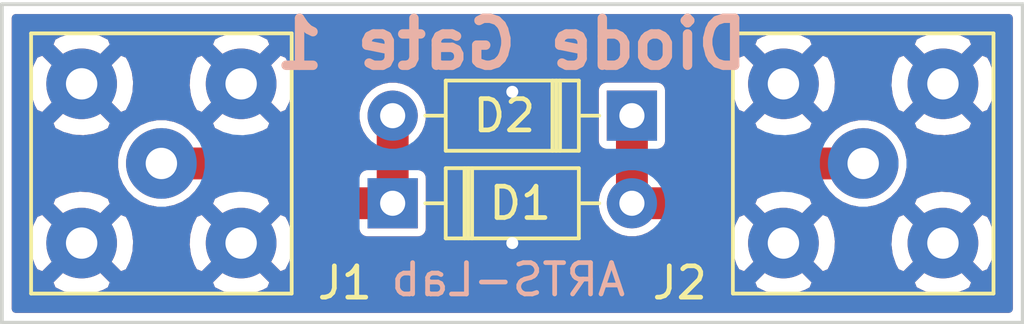
<source format=kicad_pcb>
(kicad_pcb (version 20171130) (host pcbnew "(5.1.4)-1")

  (general
    (thickness 1.6)
    (drawings 6)
    (tracks 10)
    (zones 0)
    (modules 4)
    (nets 4)
  )

  (page A4)
  (title_block
    (title "Diode Gate 1")
    (rev v01)
    (comment 2 "ARTS Lab")
    (comment 3 "University of South Carolina")
    (comment 4 "Jacob Martin")
  )

  (layers
    (0 F.Cu signal hide)
    (31 B.Cu signal hide)
    (32 B.Adhes user)
    (33 F.Adhes user)
    (34 B.Paste user)
    (35 F.Paste user)
    (36 B.SilkS user)
    (37 F.SilkS user)
    (38 B.Mask user)
    (39 F.Mask user)
    (40 Dwgs.User user)
    (41 Cmts.User user)
    (42 Eco1.User user)
    (43 Eco2.User user)
    (44 Edge.Cuts user)
    (45 Margin user)
    (46 B.CrtYd user)
    (47 F.CrtYd user)
    (48 B.Fab user)
    (49 F.Fab user hide)
  )

  (setup
    (last_trace_width 0.254)
    (user_trace_width 1.016)
    (trace_clearance 0.254)
    (zone_clearance 0.254)
    (zone_45_only no)
    (trace_min 0.1524)
    (via_size 0.762)
    (via_drill 0.381)
    (via_min_size 0.508)
    (via_min_drill 0.254)
    (uvia_size 0.762)
    (uvia_drill 0.381)
    (uvias_allowed no)
    (uvia_min_size 0.2)
    (uvia_min_drill 0.1)
    (edge_width 0.05)
    (segment_width 0.2)
    (pcb_text_width 0.3)
    (pcb_text_size 1.5 1.5)
    (mod_edge_width 0.12)
    (mod_text_size 1 1)
    (mod_text_width 0.15)
    (pad_size 2.25 2.25)
    (pad_drill 1)
    (pad_to_mask_clearance 0.051)
    (solder_mask_min_width 0.25)
    (aux_axis_origin 0 0)
    (visible_elements 7FFFFFFF)
    (pcbplotparams
      (layerselection 0x010f0_ffffffff)
      (usegerberextensions true)
      (usegerberattributes false)
      (usegerberadvancedattributes false)
      (creategerberjobfile false)
      (excludeedgelayer true)
      (linewidth 0.100000)
      (plotframeref false)
      (viasonmask false)
      (mode 1)
      (useauxorigin false)
      (hpglpennumber 1)
      (hpglpenspeed 20)
      (hpglpendiameter 15.000000)
      (psnegative false)
      (psa4output false)
      (plotreference true)
      (plotvalue false)
      (plotinvisibletext false)
      (padsonsilk false)
      (subtractmaskfromsilk false)
      (outputformat 1)
      (mirror false)
      (drillshape 0)
      (scaleselection 1)
      (outputdirectory "gerbers/"))
  )

  (net 0 "")
  (net 1 "Net-(D1-Pad1)")
  (net 2 "Net-(D1-Pad2)")
  (net 3 GND)

  (net_class Default "This is the default net class."
    (clearance 0.254)
    (trace_width 0.254)
    (via_dia 0.762)
    (via_drill 0.381)
    (uvia_dia 0.762)
    (uvia_drill 0.381)
    (add_net GND)
    (add_net "Net-(D1-Pad1)")
    (add_net "Net-(D1-Pad2)")
  )

  (module Diode_THT:D_DO-35_SOD27_P7.62mm_Horizontal (layer F.Cu) (tedit 5AE50CD5) (tstamp 5F7C1F32)
    (at 150.368 96.012)
    (descr "Diode, DO-35_SOD27 series, Axial, Horizontal, pin pitch=7.62mm, , length*diameter=4*2mm^2, , http://www.diodes.com/_files/packages/DO-35.pdf")
    (tags "Diode DO-35_SOD27 series Axial Horizontal pin pitch 7.62mm  length 4mm diameter 2mm")
    (path /5F765E51)
    (fp_text reference D1 (at 4.064 0) (layer F.SilkS)
      (effects (font (size 1 1) (thickness 0.15)))
    )
    (fp_text value 1N4148 (at 3.81 2.12) (layer F.Fab)
      (effects (font (size 1 1) (thickness 0.15)))
    )
    (fp_line (start 1.81 -1) (end 1.81 1) (layer F.Fab) (width 0.1))
    (fp_line (start 1.81 1) (end 5.81 1) (layer F.Fab) (width 0.1))
    (fp_line (start 5.81 1) (end 5.81 -1) (layer F.Fab) (width 0.1))
    (fp_line (start 5.81 -1) (end 1.81 -1) (layer F.Fab) (width 0.1))
    (fp_line (start 0 0) (end 1.81 0) (layer F.Fab) (width 0.1))
    (fp_line (start 7.62 0) (end 5.81 0) (layer F.Fab) (width 0.1))
    (fp_line (start 2.41 -1) (end 2.41 1) (layer F.Fab) (width 0.1))
    (fp_line (start 2.51 -1) (end 2.51 1) (layer F.Fab) (width 0.1))
    (fp_line (start 2.31 -1) (end 2.31 1) (layer F.Fab) (width 0.1))
    (fp_line (start 1.69 -1.12) (end 1.69 1.12) (layer F.SilkS) (width 0.12))
    (fp_line (start 1.69 1.12) (end 5.93 1.12) (layer F.SilkS) (width 0.12))
    (fp_line (start 5.93 1.12) (end 5.93 -1.12) (layer F.SilkS) (width 0.12))
    (fp_line (start 5.93 -1.12) (end 1.69 -1.12) (layer F.SilkS) (width 0.12))
    (fp_line (start 1.04 0) (end 1.69 0) (layer F.SilkS) (width 0.12))
    (fp_line (start 6.58 0) (end 5.93 0) (layer F.SilkS) (width 0.12))
    (fp_line (start 2.41 -1.12) (end 2.41 1.12) (layer F.SilkS) (width 0.12))
    (fp_line (start 2.53 -1.12) (end 2.53 1.12) (layer F.SilkS) (width 0.12))
    (fp_line (start 2.29 -1.12) (end 2.29 1.12) (layer F.SilkS) (width 0.12))
    (fp_line (start -1.05 -1.25) (end -1.05 1.25) (layer F.CrtYd) (width 0.05))
    (fp_line (start -1.05 1.25) (end 8.67 1.25) (layer F.CrtYd) (width 0.05))
    (fp_line (start 8.67 1.25) (end 8.67 -1.25) (layer F.CrtYd) (width 0.05))
    (fp_line (start 8.67 -1.25) (end -1.05 -1.25) (layer F.CrtYd) (width 0.05))
    (fp_text user %R (at 4.11 0) (layer F.Fab)
      (effects (font (size 0.8 0.8) (thickness 0.12)))
    )
    (fp_text user K (at 0 -1.8) (layer F.Fab)
      (effects (font (size 1 1) (thickness 0.15)))
    )
    (pad 1 thru_hole rect (at 0 0) (size 1.6 1.6) (drill 0.8) (layers *.Cu *.Mask)
      (net 1 "Net-(D1-Pad1)"))
    (pad 2 thru_hole oval (at 7.62 0) (size 1.6 1.6) (drill 0.8) (layers *.Cu *.Mask)
      (net 2 "Net-(D1-Pad2)"))
    (model ${KISYS3DMOD}/Diode_THT.3dshapes/D_DO-35_SOD27_P7.62mm_Horizontal.wrl
      (at (xyz 0 0 0))
      (scale (xyz 1 1 1))
      (rotate (xyz 0 0 0))
    )
  )

  (module Diode_THT:D_DO-35_SOD27_P7.62mm_Horizontal (layer F.Cu) (tedit 5AE50CD5) (tstamp 5F7C1F51)
    (at 157.988 93.218 180)
    (descr "Diode, DO-35_SOD27 series, Axial, Horizontal, pin pitch=7.62mm, , length*diameter=4*2mm^2, , http://www.diodes.com/_files/packages/DO-35.pdf")
    (tags "Diode DO-35_SOD27 series Axial Horizontal pin pitch 7.62mm  length 4mm diameter 2mm")
    (path /5F76783E)
    (fp_text reference D2 (at 4.064 0) (layer F.SilkS)
      (effects (font (size 1 1) (thickness 0.15)))
    )
    (fp_text value 1N4148 (at 3.81 2.12) (layer F.Fab)
      (effects (font (size 1 1) (thickness 0.15)))
    )
    (fp_text user K (at 0 -1.8) (layer F.Fab)
      (effects (font (size 1 1) (thickness 0.15)))
    )
    (fp_text user %R (at 4.11 0) (layer F.Fab)
      (effects (font (size 0.8 0.8) (thickness 0.12)))
    )
    (fp_line (start 8.67 -1.25) (end -1.05 -1.25) (layer F.CrtYd) (width 0.05))
    (fp_line (start 8.67 1.25) (end 8.67 -1.25) (layer F.CrtYd) (width 0.05))
    (fp_line (start -1.05 1.25) (end 8.67 1.25) (layer F.CrtYd) (width 0.05))
    (fp_line (start -1.05 -1.25) (end -1.05 1.25) (layer F.CrtYd) (width 0.05))
    (fp_line (start 2.29 -1.12) (end 2.29 1.12) (layer F.SilkS) (width 0.12))
    (fp_line (start 2.53 -1.12) (end 2.53 1.12) (layer F.SilkS) (width 0.12))
    (fp_line (start 2.41 -1.12) (end 2.41 1.12) (layer F.SilkS) (width 0.12))
    (fp_line (start 6.58 0) (end 5.93 0) (layer F.SilkS) (width 0.12))
    (fp_line (start 1.04 0) (end 1.69 0) (layer F.SilkS) (width 0.12))
    (fp_line (start 5.93 -1.12) (end 1.69 -1.12) (layer F.SilkS) (width 0.12))
    (fp_line (start 5.93 1.12) (end 5.93 -1.12) (layer F.SilkS) (width 0.12))
    (fp_line (start 1.69 1.12) (end 5.93 1.12) (layer F.SilkS) (width 0.12))
    (fp_line (start 1.69 -1.12) (end 1.69 1.12) (layer F.SilkS) (width 0.12))
    (fp_line (start 2.31 -1) (end 2.31 1) (layer F.Fab) (width 0.1))
    (fp_line (start 2.51 -1) (end 2.51 1) (layer F.Fab) (width 0.1))
    (fp_line (start 2.41 -1) (end 2.41 1) (layer F.Fab) (width 0.1))
    (fp_line (start 7.62 0) (end 5.81 0) (layer F.Fab) (width 0.1))
    (fp_line (start 0 0) (end 1.81 0) (layer F.Fab) (width 0.1))
    (fp_line (start 5.81 -1) (end 1.81 -1) (layer F.Fab) (width 0.1))
    (fp_line (start 5.81 1) (end 5.81 -1) (layer F.Fab) (width 0.1))
    (fp_line (start 1.81 1) (end 5.81 1) (layer F.Fab) (width 0.1))
    (fp_line (start 1.81 -1) (end 1.81 1) (layer F.Fab) (width 0.1))
    (pad 2 thru_hole oval (at 7.62 0 180) (size 1.6 1.6) (drill 0.8) (layers *.Cu *.Mask)
      (net 1 "Net-(D1-Pad1)"))
    (pad 1 thru_hole rect (at 0 0 180) (size 1.6 1.6) (drill 0.8) (layers *.Cu *.Mask)
      (net 2 "Net-(D1-Pad2)"))
    (model ${KISYS3DMOD}/Diode_THT.3dshapes/D_DO-35_SOD27_P7.62mm_Horizontal.wrl
      (at (xyz 0 0 0))
      (scale (xyz 1 1 1))
      (rotate (xyz 0 0 0))
    )
  )

  (module Connector_Coaxial:SMA_Amphenol_132203-12_Horizontal (layer F.Cu) (tedit 5F7CCB8C) (tstamp 5F7C1F7F)
    (at 143.002 94.742 90)
    (descr https://www.amphenolrf.com/media/downloads/1769/132203-12.pdf)
    (tags "SMA THT Female Jack Horizontal")
    (path /5F7689B5)
    (fp_text reference J1 (at -3.81 5.842) (layer F.SilkS)
      (effects (font (size 1 1) (thickness 0.15)))
    )
    (fp_text value Conn_Coaxial (at 0 5 90) (layer F.Fab)
      (effects (font (size 1 1) (thickness 0.15)))
    )
    (fp_line (start -3.175 -18) (end 3.175 -18.706) (layer F.Fab) (width 0.1))
    (fp_line (start -4 -4) (end 4 -4) (layer F.Fab) (width 0.1))
    (fp_line (start -3.9 -5.07) (end -3.9 -4) (layer F.Fab) (width 0.1))
    (fp_line (start 3.9 -5.07) (end -3.9 -5.07) (layer F.Fab) (width 0.1))
    (fp_line (start 3.9 -4) (end 3.9 -5.07) (layer F.Fab) (width 0.1))
    (fp_line (start 3.175 -19.5) (end 3.175 -5.07) (layer F.Fab) (width 0.1))
    (fp_line (start -3.175 -19.5) (end -3.175 -5.07) (layer F.Fab) (width 0.1))
    (fp_line (start -3.175 -19.5) (end 3.175 -19.5) (layer F.Fab) (width 0.1))
    (fp_text user %R (at 0 0 90) (layer F.Fab)
      (effects (font (size 1 1) (thickness 0.15)))
    )
    (fp_line (start -4.15 -4.15) (end 4.15 -4.15) (layer F.SilkS) (width 0.12))
    (fp_line (start -4.15 4.15) (end 4.15 4.15) (layer F.SilkS) (width 0.12))
    (fp_line (start 4.15 -4.15) (end 4.15 4.15) (layer F.SilkS) (width 0.12))
    (fp_line (start -4.15 -4.15) (end -4.15 4.15) (layer F.SilkS) (width 0.12))
    (fp_line (start 4 -4) (end 4 4) (layer F.Fab) (width 0.1))
    (fp_line (start -4 4) (end 4 4) (layer F.Fab) (width 0.1))
    (fp_line (start -4 -4) (end -4 4) (layer F.Fab) (width 0.1))
    (fp_line (start -4.5 -20) (end 4.5 -20) (layer F.CrtYd) (width 0.05))
    (fp_line (start -4.5 -20) (end -4.5 4.5) (layer F.CrtYd) (width 0.05))
    (fp_line (start 4.5 4.5) (end 4.5 -20) (layer F.CrtYd) (width 0.05))
    (fp_line (start 4.5 4.5) (end -4.5 4.5) (layer F.CrtYd) (width 0.05))
    (fp_line (start -3.175 -17.294) (end 3.175 -18) (layer F.Fab) (width 0.1))
    (fp_line (start -3.175 -16.588) (end 3.175 -17.294) (layer F.Fab) (width 0.1))
    (fp_line (start -3.175 -15.882) (end 3.175 -16.588) (layer F.Fab) (width 0.1))
    (fp_line (start -3.175 -15.176) (end 3.175 -15.882) (layer F.Fab) (width 0.1))
    (fp_line (start -3.175 -14.47) (end 3.175 -15.176) (layer F.Fab) (width 0.1))
    (fp_line (start -3.175 -13.764) (end 3.175 -14.47) (layer F.Fab) (width 0.1))
    (fp_line (start -3.175 -13.058) (end 3.175 -13.764) (layer F.Fab) (width 0.1))
    (fp_line (start -3.175 -12.352) (end 3.175 -13.058) (layer F.Fab) (width 0.1))
    (fp_line (start -3.175 -11.646) (end 3.175 -12.352) (layer F.Fab) (width 0.1))
    (fp_line (start -3.175 -10.94) (end 3.175 -11.646) (layer F.Fab) (width 0.1))
    (fp_line (start -3.175 -10.234) (end 3.175 -10.94) (layer F.Fab) (width 0.1))
    (fp_line (start -3.175 -9.528) (end 3.175 -10.234) (layer F.Fab) (width 0.1))
    (fp_line (start -3.175 -8.822) (end 3.175 -9.528) (layer F.Fab) (width 0.1))
    (fp_line (start -3.175 -8.116) (end 3.175 -8.822) (layer F.Fab) (width 0.1))
    (fp_line (start -3.175 -7.41) (end 3.175 -8.116) (layer F.Fab) (width 0.1))
    (fp_line (start -3.175 -6.704) (end 3.175 -7.41) (layer F.Fab) (width 0.1))
    (fp_line (start -3.175 -5.998) (end 3.175 -6.704) (layer F.Fab) (width 0.1))
    (pad 2 thru_hole circle (at -2.54 2.54 90) (size 2.25 2.25) (drill 1) (layers *.Cu *.Mask)
      (net 3 GND))
    (pad 2 thru_hole circle (at -2.54 -2.54 90) (size 2.25 2.25) (drill 1) (layers *.Cu *.Mask)
      (net 3 GND))
    (pad 2 thru_hole circle (at 2.54 -2.54 90) (size 2.25 2.25) (drill 1) (layers *.Cu *.Mask)
      (net 3 GND))
    (pad 2 thru_hole circle (at 2.54 2.54 180) (size 2.25 2.25) (drill 1) (layers *.Cu *.Mask)
      (net 3 GND))
    (pad 1 thru_hole circle (at 0 0 90) (size 2.25 2.25) (drill 1) (layers *.Cu *.Mask)
      (net 1 "Net-(D1-Pad1)"))
    (model ${KISYS3DMOD}/Connector_Coaxial.3dshapes/SMA_Amphenol_132203-12_Horizontal.wrl
      (at (xyz 0 0 0))
      (scale (xyz 1 1 1))
      (rotate (xyz 0 0 0))
    )
  )

  (module Connector_Coaxial:SMA_Amphenol_132203-12_Horizontal (layer F.Cu) (tedit 5F7CCBAA) (tstamp 5F7C1FAD)
    (at 165.354 94.742 270)
    (descr https://www.amphenolrf.com/media/downloads/1769/132203-12.pdf)
    (tags "SMA THT Female Jack Horizontal")
    (path /5F76AB86)
    (fp_text reference J2 (at 3.81 5.842) (layer F.SilkS)
      (effects (font (size 1 1) (thickness 0.15)))
    )
    (fp_text value Conn_Coaxial (at 0 5 90) (layer F.Fab)
      (effects (font (size 1 1) (thickness 0.15)))
    )
    (fp_line (start -3.175 -5.998) (end 3.175 -6.704) (layer F.Fab) (width 0.1))
    (fp_line (start -3.175 -6.704) (end 3.175 -7.41) (layer F.Fab) (width 0.1))
    (fp_line (start -3.175 -7.41) (end 3.175 -8.116) (layer F.Fab) (width 0.1))
    (fp_line (start -3.175 -8.116) (end 3.175 -8.822) (layer F.Fab) (width 0.1))
    (fp_line (start -3.175 -8.822) (end 3.175 -9.528) (layer F.Fab) (width 0.1))
    (fp_line (start -3.175 -9.528) (end 3.175 -10.234) (layer F.Fab) (width 0.1))
    (fp_line (start -3.175 -10.234) (end 3.175 -10.94) (layer F.Fab) (width 0.1))
    (fp_line (start -3.175 -10.94) (end 3.175 -11.646) (layer F.Fab) (width 0.1))
    (fp_line (start -3.175 -11.646) (end 3.175 -12.352) (layer F.Fab) (width 0.1))
    (fp_line (start -3.175 -12.352) (end 3.175 -13.058) (layer F.Fab) (width 0.1))
    (fp_line (start -3.175 -13.058) (end 3.175 -13.764) (layer F.Fab) (width 0.1))
    (fp_line (start -3.175 -13.764) (end 3.175 -14.47) (layer F.Fab) (width 0.1))
    (fp_line (start -3.175 -14.47) (end 3.175 -15.176) (layer F.Fab) (width 0.1))
    (fp_line (start -3.175 -15.176) (end 3.175 -15.882) (layer F.Fab) (width 0.1))
    (fp_line (start -3.175 -15.882) (end 3.175 -16.588) (layer F.Fab) (width 0.1))
    (fp_line (start -3.175 -16.588) (end 3.175 -17.294) (layer F.Fab) (width 0.1))
    (fp_line (start -3.175 -17.294) (end 3.175 -18) (layer F.Fab) (width 0.1))
    (fp_line (start 4.5 4.5) (end -4.5 4.5) (layer F.CrtYd) (width 0.05))
    (fp_line (start 4.5 4.5) (end 4.5 -20) (layer F.CrtYd) (width 0.05))
    (fp_line (start -4.5 -20) (end -4.5 4.5) (layer F.CrtYd) (width 0.05))
    (fp_line (start -4.5 -20) (end 4.5 -20) (layer F.CrtYd) (width 0.05))
    (fp_line (start -4 -4) (end -4 4) (layer F.Fab) (width 0.1))
    (fp_line (start -4 4) (end 4 4) (layer F.Fab) (width 0.1))
    (fp_line (start 4 -4) (end 4 4) (layer F.Fab) (width 0.1))
    (fp_line (start -4.15 -4.15) (end -4.15 4.15) (layer F.SilkS) (width 0.12))
    (fp_line (start 4.15 -4.15) (end 4.15 4.15) (layer F.SilkS) (width 0.12))
    (fp_line (start -4.15 4.15) (end 4.15 4.15) (layer F.SilkS) (width 0.12))
    (fp_line (start -4.15 -4.15) (end 4.15 -4.15) (layer F.SilkS) (width 0.12))
    (fp_text user %R (at 0 0 90) (layer F.Fab)
      (effects (font (size 1 1) (thickness 0.15)))
    )
    (fp_line (start -3.175 -19.5) (end 3.175 -19.5) (layer F.Fab) (width 0.1))
    (fp_line (start -3.175 -19.5) (end -3.175 -5.07) (layer F.Fab) (width 0.1))
    (fp_line (start 3.175 -19.5) (end 3.175 -5.07) (layer F.Fab) (width 0.1))
    (fp_line (start 3.9 -4) (end 3.9 -5.07) (layer F.Fab) (width 0.1))
    (fp_line (start 3.9 -5.07) (end -3.9 -5.07) (layer F.Fab) (width 0.1))
    (fp_line (start -3.9 -5.07) (end -3.9 -4) (layer F.Fab) (width 0.1))
    (fp_line (start -4 -4) (end 4 -4) (layer F.Fab) (width 0.1))
    (fp_line (start -3.175 -18) (end 3.175 -18.706) (layer F.Fab) (width 0.1))
    (pad 1 thru_hole circle (at 0 0 270) (size 2.25 2.25) (drill 1) (layers *.Cu *.Mask)
      (net 2 "Net-(D1-Pad2)"))
    (pad 2 thru_hole circle (at 2.54 2.54) (size 2.25 2.25) (drill 1) (layers *.Cu *.Mask)
      (net 3 GND))
    (pad 2 thru_hole circle (at 2.54 -2.54 270) (size 2.25 2.25) (drill 1) (layers *.Cu *.Mask)
      (net 3 GND))
    (pad 2 thru_hole circle (at -2.54 -2.54 270) (size 2.25 2.25) (drill 1) (layers *.Cu *.Mask)
      (net 3 GND))
    (pad 2 thru_hole circle (at -2.54 2.54 270) (size 2.25 2.25) (drill 1) (layers *.Cu *.Mask)
      (net 3 GND))
    (model ${KISYS3DMOD}/Connector_Coaxial.3dshapes/SMA_Amphenol_132203-12_Horizontal.wrl
      (at (xyz 0 0 0))
      (scale (xyz 1 1 1))
      (rotate (xyz 0 0 0))
    )
  )

  (gr_text ARTS-Lab (at 154.051 98.4504) (layer B.SilkS)
    (effects (font (size 1 1) (thickness 0.15)) (justify mirror))
  )
  (gr_text "Diode Gate 1" (at 154.1526 90.932) (layer B.SilkS)
    (effects (font (size 1.5 1.5) (thickness 0.3)) (justify mirror))
  )
  (gr_line (start 170.434 99.822) (end 170.434 89.662) (layer Edge.Cuts) (width 0.12) (tstamp 5F7C27B8))
  (gr_line (start 137.922 99.822) (end 170.434 99.822) (layer Edge.Cuts) (width 0.12))
  (gr_line (start 137.922 89.662) (end 137.922 99.822) (layer Edge.Cuts) (width 0.12))
  (gr_line (start 137.922 89.662) (end 170.434 89.662) (layer Edge.Cuts) (width 0.12))

  (segment (start 143.002 94.742) (end 146.812 94.742) (width 1.016) (layer F.Cu) (net 1))
  (segment (start 148.082 96.012) (end 150.368 96.012) (width 1.016) (layer F.Cu) (net 1))
  (segment (start 146.812 94.742) (end 148.082 96.012) (width 1.016) (layer F.Cu) (net 1))
  (segment (start 150.368 96.012) (end 150.368 93.218) (width 1.016) (layer F.Cu) (net 1))
  (segment (start 161.544 94.742) (end 165.354 94.742) (width 1.016) (layer F.Cu) (net 2))
  (segment (start 157.988 96.012) (end 160.274 96.012) (width 1.016) (layer F.Cu) (net 2))
  (segment (start 160.274 96.012) (end 161.544 94.742) (width 1.016) (layer F.Cu) (net 2))
  (segment (start 157.988 96.012) (end 157.988 93.218) (width 1.016) (layer F.Cu) (net 2))
  (via (at 154.178 92.456) (size 0.762) (drill 0.381) (layers F.Cu B.Cu) (net 3))
  (via (at 154.178 97.282) (size 0.762) (drill 0.381) (layers F.Cu B.Cu) (net 3))

  (zone (net 3) (net_name GND) (layer F.Cu) (tstamp 5F7C2ABA) (hatch edge 0.508)
    (connect_pads (clearance 0.254))
    (min_thickness 0.254)
    (fill yes (arc_segments 32) (thermal_gap 0.508) (thermal_bridge_width 0.508))
    (polygon
      (pts
        (xy 170.688 100.076) (xy 137.668 100.076) (xy 137.668 89.408) (xy 170.688 89.408)
      )
    )
    (filled_polygon
      (pts
        (xy 169.993 99.381) (xy 138.363 99.381) (xy 138.363 98.506531) (xy 139.417074 98.506531) (xy 139.527921 98.783714)
        (xy 139.83884 98.937089) (xy 140.173705 99.02686) (xy 140.51965 99.049576) (xy 140.86338 99.004366) (xy 141.191685 98.892966)
        (xy 141.396079 98.783714) (xy 141.506926 98.506531) (xy 144.497074 98.506531) (xy 144.607921 98.783714) (xy 144.91884 98.937089)
        (xy 145.253705 99.02686) (xy 145.59965 99.049576) (xy 145.94338 99.004366) (xy 146.271685 98.892966) (xy 146.476079 98.783714)
        (xy 146.586926 98.506531) (xy 161.769074 98.506531) (xy 161.879921 98.783714) (xy 162.19084 98.937089) (xy 162.525705 99.02686)
        (xy 162.87165 99.049576) (xy 163.21538 99.004366) (xy 163.543685 98.892966) (xy 163.748079 98.783714) (xy 163.858926 98.506531)
        (xy 166.849074 98.506531) (xy 166.959921 98.783714) (xy 167.27084 98.937089) (xy 167.605705 99.02686) (xy 167.95165 99.049576)
        (xy 168.29538 99.004366) (xy 168.623685 98.892966) (xy 168.828079 98.783714) (xy 168.938926 98.506531) (xy 167.894 97.461605)
        (xy 166.849074 98.506531) (xy 163.858926 98.506531) (xy 162.814 97.461605) (xy 161.769074 98.506531) (xy 146.586926 98.506531)
        (xy 145.542 97.461605) (xy 144.497074 98.506531) (xy 141.506926 98.506531) (xy 140.462 97.461605) (xy 139.417074 98.506531)
        (xy 138.363 98.506531) (xy 138.363 97.33965) (xy 138.694424 97.33965) (xy 138.739634 97.68338) (xy 138.851034 98.011685)
        (xy 138.960286 98.216079) (xy 139.237469 98.326926) (xy 140.282395 97.282) (xy 140.641605 97.282) (xy 141.686531 98.326926)
        (xy 141.963714 98.216079) (xy 142.117089 97.90516) (xy 142.20686 97.570295) (xy 142.222004 97.33965) (xy 143.774424 97.33965)
        (xy 143.819634 97.68338) (xy 143.931034 98.011685) (xy 144.040286 98.216079) (xy 144.317469 98.326926) (xy 145.362395 97.282)
        (xy 145.721605 97.282) (xy 146.766531 98.326926) (xy 147.043714 98.216079) (xy 147.197089 97.90516) (xy 147.28686 97.570295)
        (xy 147.302004 97.33965) (xy 161.046424 97.33965) (xy 161.091634 97.68338) (xy 161.203034 98.011685) (xy 161.312286 98.216079)
        (xy 161.589469 98.326926) (xy 162.634395 97.282) (xy 162.993605 97.282) (xy 164.038531 98.326926) (xy 164.315714 98.216079)
        (xy 164.469089 97.90516) (xy 164.55886 97.570295) (xy 164.574004 97.33965) (xy 166.126424 97.33965) (xy 166.171634 97.68338)
        (xy 166.283034 98.011685) (xy 166.392286 98.216079) (xy 166.669469 98.326926) (xy 167.714395 97.282) (xy 168.073605 97.282)
        (xy 169.118531 98.326926) (xy 169.395714 98.216079) (xy 169.549089 97.90516) (xy 169.63886 97.570295) (xy 169.661576 97.22435)
        (xy 169.616366 96.88062) (xy 169.504966 96.552315) (xy 169.395714 96.347921) (xy 169.118531 96.237074) (xy 168.073605 97.282)
        (xy 167.714395 97.282) (xy 166.669469 96.237074) (xy 166.392286 96.347921) (xy 166.238911 96.65884) (xy 166.14914 96.993705)
        (xy 166.126424 97.33965) (xy 164.574004 97.33965) (xy 164.581576 97.22435) (xy 164.536366 96.88062) (xy 164.424966 96.552315)
        (xy 164.315714 96.347921) (xy 164.038531 96.237074) (xy 162.993605 97.282) (xy 162.634395 97.282) (xy 161.589469 96.237074)
        (xy 161.312286 96.347921) (xy 161.158911 96.65884) (xy 161.06914 96.993705) (xy 161.046424 97.33965) (xy 147.302004 97.33965)
        (xy 147.309576 97.22435) (xy 147.264366 96.88062) (xy 147.152966 96.552315) (xy 147.043714 96.347921) (xy 146.766531 96.237074)
        (xy 145.721605 97.282) (xy 145.362395 97.282) (xy 144.317469 96.237074) (xy 144.040286 96.347921) (xy 143.886911 96.65884)
        (xy 143.79714 96.993705) (xy 143.774424 97.33965) (xy 142.222004 97.33965) (xy 142.229576 97.22435) (xy 142.184366 96.88062)
        (xy 142.072966 96.552315) (xy 141.963714 96.347921) (xy 141.686531 96.237074) (xy 140.641605 97.282) (xy 140.282395 97.282)
        (xy 139.237469 96.237074) (xy 138.960286 96.347921) (xy 138.806911 96.65884) (xy 138.71714 96.993705) (xy 138.694424 97.33965)
        (xy 138.363 97.33965) (xy 138.363 96.057469) (xy 139.417074 96.057469) (xy 140.462 97.102395) (xy 141.506926 96.057469)
        (xy 141.396079 95.780286) (xy 141.08516 95.626911) (xy 140.750295 95.53714) (xy 140.40435 95.514424) (xy 140.06062 95.559634)
        (xy 139.732315 95.671034) (xy 139.527921 95.780286) (xy 139.417074 96.057469) (xy 138.363 96.057469) (xy 138.363 94.593672)
        (xy 141.496 94.593672) (xy 141.496 94.890328) (xy 141.553875 95.181284) (xy 141.6674 95.455359) (xy 141.832213 95.702019)
        (xy 142.041981 95.911787) (xy 142.288641 96.0766) (xy 142.562716 96.190125) (xy 142.853672 96.248) (xy 143.150328 96.248)
        (xy 143.441284 96.190125) (xy 143.715359 96.0766) (xy 143.962019 95.911787) (xy 144.171787 95.702019) (xy 144.21924 95.631)
        (xy 144.930299 95.631) (xy 144.812315 95.671034) (xy 144.607921 95.780286) (xy 144.497074 96.057469) (xy 145.542 97.102395)
        (xy 146.586926 96.057469) (xy 146.476079 95.780286) (xy 146.173449 95.631) (xy 146.443765 95.631) (xy 147.422506 96.609741)
        (xy 147.450341 96.643659) (xy 147.585709 96.754753) (xy 147.740149 96.837303) (xy 147.806058 96.857296) (xy 147.907724 96.888136)
        (xy 147.940924 96.891406) (xy 148.038333 96.901) (xy 148.038339 96.901) (xy 148.081999 96.9053) (xy 148.125659 96.901)
        (xy 149.196854 96.901) (xy 149.214299 96.958508) (xy 149.249678 97.024696) (xy 149.297289 97.082711) (xy 149.355304 97.130322)
        (xy 149.421492 97.165701) (xy 149.493311 97.187487) (xy 149.568 97.194843) (xy 151.168 97.194843) (xy 151.242689 97.187487)
        (xy 151.314508 97.165701) (xy 151.380696 97.130322) (xy 151.438711 97.082711) (xy 151.486322 97.024696) (xy 151.521701 96.958508)
        (xy 151.543487 96.886689) (xy 151.550843 96.812) (xy 151.550843 95.212) (xy 151.543487 95.137311) (xy 151.521701 95.065492)
        (xy 151.486322 94.999304) (xy 151.438711 94.941289) (xy 151.380696 94.893678) (xy 151.314508 94.858299) (xy 151.257 94.840854)
        (xy 151.257 93.999185) (xy 151.285342 93.970843) (xy 151.414588 93.777413) (xy 151.503614 93.562485) (xy 151.549 93.334318)
        (xy 151.549 93.101682) (xy 151.503614 92.873515) (xy 151.414588 92.658587) (xy 151.285342 92.465157) (xy 151.238185 92.418)
        (xy 156.805157 92.418) (xy 156.805157 94.018) (xy 156.812513 94.092689) (xy 156.834299 94.164508) (xy 156.869678 94.230696)
        (xy 156.917289 94.288711) (xy 156.975304 94.336322) (xy 157.041492 94.371701) (xy 157.099001 94.389146) (xy 157.099 95.230815)
        (xy 157.070658 95.259157) (xy 156.941412 95.452587) (xy 156.852386 95.667515) (xy 156.807 95.895682) (xy 156.807 96.128318)
        (xy 156.852386 96.356485) (xy 156.941412 96.571413) (xy 157.070658 96.764843) (xy 157.235157 96.929342) (xy 157.428587 97.058588)
        (xy 157.643515 97.147614) (xy 157.871682 97.193) (xy 158.104318 97.193) (xy 158.332485 97.147614) (xy 158.547413 97.058588)
        (xy 158.740843 96.929342) (xy 158.769185 96.901) (xy 160.23034 96.901) (xy 160.274 96.9053) (xy 160.31766 96.901)
        (xy 160.317667 96.901) (xy 160.448274 96.888136) (xy 160.615851 96.837303) (xy 160.770291 96.754753) (xy 160.905659 96.643659)
        (xy 160.933499 96.609736) (xy 161.912236 95.631) (xy 162.202299 95.631) (xy 162.084315 95.671034) (xy 161.879921 95.780286)
        (xy 161.769074 96.057469) (xy 162.814 97.102395) (xy 163.858926 96.057469) (xy 163.748079 95.780286) (xy 163.445449 95.631)
        (xy 164.13676 95.631) (xy 164.184213 95.702019) (xy 164.393981 95.911787) (xy 164.640641 96.0766) (xy 164.914716 96.190125)
        (xy 165.205672 96.248) (xy 165.502328 96.248) (xy 165.793284 96.190125) (xy 166.067359 96.0766) (xy 166.09599 96.057469)
        (xy 166.849074 96.057469) (xy 167.894 97.102395) (xy 168.938926 96.057469) (xy 168.828079 95.780286) (xy 168.51716 95.626911)
        (xy 168.182295 95.53714) (xy 167.83635 95.514424) (xy 167.49262 95.559634) (xy 167.164315 95.671034) (xy 166.959921 95.780286)
        (xy 166.849074 96.057469) (xy 166.09599 96.057469) (xy 166.314019 95.911787) (xy 166.523787 95.702019) (xy 166.6886 95.455359)
        (xy 166.802125 95.181284) (xy 166.86 94.890328) (xy 166.86 94.593672) (xy 166.802125 94.302716) (xy 166.6886 94.028641)
        (xy 166.523787 93.781981) (xy 166.314019 93.572213) (xy 166.095991 93.426531) (xy 166.849074 93.426531) (xy 166.959921 93.703714)
        (xy 167.27084 93.857089) (xy 167.605705 93.94686) (xy 167.95165 93.969576) (xy 168.29538 93.924366) (xy 168.623685 93.812966)
        (xy 168.828079 93.703714) (xy 168.938926 93.426531) (xy 167.894 92.381605) (xy 166.849074 93.426531) (xy 166.095991 93.426531)
        (xy 166.067359 93.4074) (xy 165.793284 93.293875) (xy 165.502328 93.236) (xy 165.205672 93.236) (xy 164.914716 93.293875)
        (xy 164.640641 93.4074) (xy 164.393981 93.572213) (xy 164.184213 93.781981) (xy 164.13676 93.853) (xy 163.425701 93.853)
        (xy 163.543685 93.812966) (xy 163.748079 93.703714) (xy 163.858926 93.426531) (xy 162.814 92.381605) (xy 161.769074 93.426531)
        (xy 161.879921 93.703714) (xy 162.182551 93.853) (xy 161.587659 93.853) (xy 161.543999 93.8487) (xy 161.500339 93.853)
        (xy 161.500333 93.853) (xy 161.402924 93.862594) (xy 161.369724 93.865864) (xy 161.268058 93.896704) (xy 161.202149 93.916697)
        (xy 161.047709 93.999247) (xy 160.912341 94.110341) (xy 160.884506 94.144259) (xy 159.905765 95.123) (xy 158.877 95.123)
        (xy 158.877 94.389146) (xy 158.934508 94.371701) (xy 159.000696 94.336322) (xy 159.058711 94.288711) (xy 159.106322 94.230696)
        (xy 159.141701 94.164508) (xy 159.163487 94.092689) (xy 159.170843 94.018) (xy 159.170843 92.418) (xy 159.163487 92.343311)
        (xy 159.141701 92.271492) (xy 159.135372 92.25965) (xy 161.046424 92.25965) (xy 161.091634 92.60338) (xy 161.203034 92.931685)
        (xy 161.312286 93.136079) (xy 161.589469 93.246926) (xy 162.634395 92.202) (xy 162.993605 92.202) (xy 164.038531 93.246926)
        (xy 164.315714 93.136079) (xy 164.469089 92.82516) (xy 164.55886 92.490295) (xy 164.574004 92.25965) (xy 166.126424 92.25965)
        (xy 166.171634 92.60338) (xy 166.283034 92.931685) (xy 166.392286 93.136079) (xy 166.669469 93.246926) (xy 167.714395 92.202)
        (xy 168.073605 92.202) (xy 169.118531 93.246926) (xy 169.395714 93.136079) (xy 169.549089 92.82516) (xy 169.63886 92.490295)
        (xy 169.661576 92.14435) (xy 169.616366 91.80062) (xy 169.504966 91.472315) (xy 169.395714 91.267921) (xy 169.118531 91.157074)
        (xy 168.073605 92.202) (xy 167.714395 92.202) (xy 166.669469 91.157074) (xy 166.392286 91.267921) (xy 166.238911 91.57884)
        (xy 166.14914 91.913705) (xy 166.126424 92.25965) (xy 164.574004 92.25965) (xy 164.581576 92.14435) (xy 164.536366 91.80062)
        (xy 164.424966 91.472315) (xy 164.315714 91.267921) (xy 164.038531 91.157074) (xy 162.993605 92.202) (xy 162.634395 92.202)
        (xy 161.589469 91.157074) (xy 161.312286 91.267921) (xy 161.158911 91.57884) (xy 161.06914 91.913705) (xy 161.046424 92.25965)
        (xy 159.135372 92.25965) (xy 159.106322 92.205304) (xy 159.058711 92.147289) (xy 159.000696 92.099678) (xy 158.934508 92.064299)
        (xy 158.862689 92.042513) (xy 158.788 92.035157) (xy 157.188 92.035157) (xy 157.113311 92.042513) (xy 157.041492 92.064299)
        (xy 156.975304 92.099678) (xy 156.917289 92.147289) (xy 156.869678 92.205304) (xy 156.834299 92.271492) (xy 156.812513 92.343311)
        (xy 156.805157 92.418) (xy 151.238185 92.418) (xy 151.120843 92.300658) (xy 150.927413 92.171412) (xy 150.712485 92.082386)
        (xy 150.484318 92.037) (xy 150.251682 92.037) (xy 150.023515 92.082386) (xy 149.808587 92.171412) (xy 149.615157 92.300658)
        (xy 149.450658 92.465157) (xy 149.321412 92.658587) (xy 149.232386 92.873515) (xy 149.187 93.101682) (xy 149.187 93.334318)
        (xy 149.232386 93.562485) (xy 149.321412 93.777413) (xy 149.450658 93.970843) (xy 149.479001 93.999186) (xy 149.479 94.840854)
        (xy 149.421492 94.858299) (xy 149.355304 94.893678) (xy 149.297289 94.941289) (xy 149.249678 94.999304) (xy 149.214299 95.065492)
        (xy 149.196854 95.123) (xy 148.450236 95.123) (xy 147.471499 94.144264) (xy 147.443659 94.110341) (xy 147.308291 93.999247)
        (xy 147.153851 93.916697) (xy 146.986274 93.865864) (xy 146.855667 93.853) (xy 146.85566 93.853) (xy 146.812 93.8487)
        (xy 146.76834 93.853) (xy 146.153701 93.853) (xy 146.271685 93.812966) (xy 146.476079 93.703714) (xy 146.586926 93.426531)
        (xy 145.542 92.381605) (xy 144.497074 93.426531) (xy 144.607921 93.703714) (xy 144.910551 93.853) (xy 144.21924 93.853)
        (xy 144.171787 93.781981) (xy 143.962019 93.572213) (xy 143.715359 93.4074) (xy 143.441284 93.293875) (xy 143.150328 93.236)
        (xy 142.853672 93.236) (xy 142.562716 93.293875) (xy 142.288641 93.4074) (xy 142.041981 93.572213) (xy 141.832213 93.781981)
        (xy 141.6674 94.028641) (xy 141.553875 94.302716) (xy 141.496 94.593672) (xy 138.363 94.593672) (xy 138.363 93.426531)
        (xy 139.417074 93.426531) (xy 139.527921 93.703714) (xy 139.83884 93.857089) (xy 140.173705 93.94686) (xy 140.51965 93.969576)
        (xy 140.86338 93.924366) (xy 141.191685 93.812966) (xy 141.396079 93.703714) (xy 141.506926 93.426531) (xy 140.462 92.381605)
        (xy 139.417074 93.426531) (xy 138.363 93.426531) (xy 138.363 92.25965) (xy 138.694424 92.25965) (xy 138.739634 92.60338)
        (xy 138.851034 92.931685) (xy 138.960286 93.136079) (xy 139.237469 93.246926) (xy 140.282395 92.202) (xy 140.641605 92.202)
        (xy 141.686531 93.246926) (xy 141.963714 93.136079) (xy 142.117089 92.82516) (xy 142.20686 92.490295) (xy 142.222004 92.25965)
        (xy 143.774424 92.25965) (xy 143.819634 92.60338) (xy 143.931034 92.931685) (xy 144.040286 93.136079) (xy 144.317469 93.246926)
        (xy 145.362395 92.202) (xy 145.721605 92.202) (xy 146.766531 93.246926) (xy 147.043714 93.136079) (xy 147.197089 92.82516)
        (xy 147.28686 92.490295) (xy 147.309576 92.14435) (xy 147.264366 91.80062) (xy 147.152966 91.472315) (xy 147.043714 91.267921)
        (xy 146.766531 91.157074) (xy 145.721605 92.202) (xy 145.362395 92.202) (xy 144.317469 91.157074) (xy 144.040286 91.267921)
        (xy 143.886911 91.57884) (xy 143.79714 91.913705) (xy 143.774424 92.25965) (xy 142.222004 92.25965) (xy 142.229576 92.14435)
        (xy 142.184366 91.80062) (xy 142.072966 91.472315) (xy 141.963714 91.267921) (xy 141.686531 91.157074) (xy 140.641605 92.202)
        (xy 140.282395 92.202) (xy 139.237469 91.157074) (xy 138.960286 91.267921) (xy 138.806911 91.57884) (xy 138.71714 91.913705)
        (xy 138.694424 92.25965) (xy 138.363 92.25965) (xy 138.363 90.977469) (xy 139.417074 90.977469) (xy 140.462 92.022395)
        (xy 141.506926 90.977469) (xy 144.497074 90.977469) (xy 145.542 92.022395) (xy 146.586926 90.977469) (xy 161.769074 90.977469)
        (xy 162.814 92.022395) (xy 163.858926 90.977469) (xy 166.849074 90.977469) (xy 167.894 92.022395) (xy 168.938926 90.977469)
        (xy 168.828079 90.700286) (xy 168.51716 90.546911) (xy 168.182295 90.45714) (xy 167.83635 90.434424) (xy 167.49262 90.479634)
        (xy 167.164315 90.591034) (xy 166.959921 90.700286) (xy 166.849074 90.977469) (xy 163.858926 90.977469) (xy 163.748079 90.700286)
        (xy 163.43716 90.546911) (xy 163.102295 90.45714) (xy 162.75635 90.434424) (xy 162.41262 90.479634) (xy 162.084315 90.591034)
        (xy 161.879921 90.700286) (xy 161.769074 90.977469) (xy 146.586926 90.977469) (xy 146.476079 90.700286) (xy 146.16516 90.546911)
        (xy 145.830295 90.45714) (xy 145.48435 90.434424) (xy 145.14062 90.479634) (xy 144.812315 90.591034) (xy 144.607921 90.700286)
        (xy 144.497074 90.977469) (xy 141.506926 90.977469) (xy 141.396079 90.700286) (xy 141.08516 90.546911) (xy 140.750295 90.45714)
        (xy 140.40435 90.434424) (xy 140.06062 90.479634) (xy 139.732315 90.591034) (xy 139.527921 90.700286) (xy 139.417074 90.977469)
        (xy 138.363 90.977469) (xy 138.363 90.103) (xy 169.993001 90.103)
      )
    )
  )
  (zone (net 3) (net_name GND) (layer B.Cu) (tstamp 5F7C2AB7) (hatch edge 0.508)
    (connect_pads (clearance 0.254))
    (min_thickness 0.254)
    (fill yes (arc_segments 32) (thermal_gap 0.508) (thermal_bridge_width 0.508))
    (polygon
      (pts
        (xy 170.688 100.076) (xy 137.668 100.076) (xy 137.668 89.408) (xy 170.688 89.408)
      )
    )
    (filled_polygon
      (pts
        (xy 169.993 99.381) (xy 138.363 99.381) (xy 138.363 98.506531) (xy 139.417074 98.506531) (xy 139.527921 98.783714)
        (xy 139.83884 98.937089) (xy 140.173705 99.02686) (xy 140.51965 99.049576) (xy 140.86338 99.004366) (xy 141.191685 98.892966)
        (xy 141.396079 98.783714) (xy 141.506926 98.506531) (xy 144.497074 98.506531) (xy 144.607921 98.783714) (xy 144.91884 98.937089)
        (xy 145.253705 99.02686) (xy 145.59965 99.049576) (xy 145.94338 99.004366) (xy 146.271685 98.892966) (xy 146.476079 98.783714)
        (xy 146.586926 98.506531) (xy 161.769074 98.506531) (xy 161.879921 98.783714) (xy 162.19084 98.937089) (xy 162.525705 99.02686)
        (xy 162.87165 99.049576) (xy 163.21538 99.004366) (xy 163.543685 98.892966) (xy 163.748079 98.783714) (xy 163.858926 98.506531)
        (xy 166.849074 98.506531) (xy 166.959921 98.783714) (xy 167.27084 98.937089) (xy 167.605705 99.02686) (xy 167.95165 99.049576)
        (xy 168.29538 99.004366) (xy 168.623685 98.892966) (xy 168.828079 98.783714) (xy 168.938926 98.506531) (xy 167.894 97.461605)
        (xy 166.849074 98.506531) (xy 163.858926 98.506531) (xy 162.814 97.461605) (xy 161.769074 98.506531) (xy 146.586926 98.506531)
        (xy 145.542 97.461605) (xy 144.497074 98.506531) (xy 141.506926 98.506531) (xy 140.462 97.461605) (xy 139.417074 98.506531)
        (xy 138.363 98.506531) (xy 138.363 97.33965) (xy 138.694424 97.33965) (xy 138.739634 97.68338) (xy 138.851034 98.011685)
        (xy 138.960286 98.216079) (xy 139.237469 98.326926) (xy 140.282395 97.282) (xy 140.641605 97.282) (xy 141.686531 98.326926)
        (xy 141.963714 98.216079) (xy 142.117089 97.90516) (xy 142.20686 97.570295) (xy 142.222004 97.33965) (xy 143.774424 97.33965)
        (xy 143.819634 97.68338) (xy 143.931034 98.011685) (xy 144.040286 98.216079) (xy 144.317469 98.326926) (xy 145.362395 97.282)
        (xy 145.721605 97.282) (xy 146.766531 98.326926) (xy 147.043714 98.216079) (xy 147.197089 97.90516) (xy 147.28686 97.570295)
        (xy 147.302004 97.33965) (xy 161.046424 97.33965) (xy 161.091634 97.68338) (xy 161.203034 98.011685) (xy 161.312286 98.216079)
        (xy 161.589469 98.326926) (xy 162.634395 97.282) (xy 162.993605 97.282) (xy 164.038531 98.326926) (xy 164.315714 98.216079)
        (xy 164.469089 97.90516) (xy 164.55886 97.570295) (xy 164.574004 97.33965) (xy 166.126424 97.33965) (xy 166.171634 97.68338)
        (xy 166.283034 98.011685) (xy 166.392286 98.216079) (xy 166.669469 98.326926) (xy 167.714395 97.282) (xy 168.073605 97.282)
        (xy 169.118531 98.326926) (xy 169.395714 98.216079) (xy 169.549089 97.90516) (xy 169.63886 97.570295) (xy 169.661576 97.22435)
        (xy 169.616366 96.88062) (xy 169.504966 96.552315) (xy 169.395714 96.347921) (xy 169.118531 96.237074) (xy 168.073605 97.282)
        (xy 167.714395 97.282) (xy 166.669469 96.237074) (xy 166.392286 96.347921) (xy 166.238911 96.65884) (xy 166.14914 96.993705)
        (xy 166.126424 97.33965) (xy 164.574004 97.33965) (xy 164.581576 97.22435) (xy 164.536366 96.88062) (xy 164.424966 96.552315)
        (xy 164.315714 96.347921) (xy 164.038531 96.237074) (xy 162.993605 97.282) (xy 162.634395 97.282) (xy 161.589469 96.237074)
        (xy 161.312286 96.347921) (xy 161.158911 96.65884) (xy 161.06914 96.993705) (xy 161.046424 97.33965) (xy 147.302004 97.33965)
        (xy 147.309576 97.22435) (xy 147.264366 96.88062) (xy 147.152966 96.552315) (xy 147.043714 96.347921) (xy 146.766531 96.237074)
        (xy 145.721605 97.282) (xy 145.362395 97.282) (xy 144.317469 96.237074) (xy 144.040286 96.347921) (xy 143.886911 96.65884)
        (xy 143.79714 96.993705) (xy 143.774424 97.33965) (xy 142.222004 97.33965) (xy 142.229576 97.22435) (xy 142.184366 96.88062)
        (xy 142.072966 96.552315) (xy 141.963714 96.347921) (xy 141.686531 96.237074) (xy 140.641605 97.282) (xy 140.282395 97.282)
        (xy 139.237469 96.237074) (xy 138.960286 96.347921) (xy 138.806911 96.65884) (xy 138.71714 96.993705) (xy 138.694424 97.33965)
        (xy 138.363 97.33965) (xy 138.363 96.057469) (xy 139.417074 96.057469) (xy 140.462 97.102395) (xy 141.506926 96.057469)
        (xy 141.396079 95.780286) (xy 141.08516 95.626911) (xy 140.750295 95.53714) (xy 140.40435 95.514424) (xy 140.06062 95.559634)
        (xy 139.732315 95.671034) (xy 139.527921 95.780286) (xy 139.417074 96.057469) (xy 138.363 96.057469) (xy 138.363 94.593672)
        (xy 141.496 94.593672) (xy 141.496 94.890328) (xy 141.553875 95.181284) (xy 141.6674 95.455359) (xy 141.832213 95.702019)
        (xy 142.041981 95.911787) (xy 142.288641 96.0766) (xy 142.562716 96.190125) (xy 142.853672 96.248) (xy 143.150328 96.248)
        (xy 143.441284 96.190125) (xy 143.715359 96.0766) (xy 143.74399 96.057469) (xy 144.497074 96.057469) (xy 145.542 97.102395)
        (xy 146.586926 96.057469) (xy 146.476079 95.780286) (xy 146.16516 95.626911) (xy 145.830295 95.53714) (xy 145.48435 95.514424)
        (xy 145.14062 95.559634) (xy 144.812315 95.671034) (xy 144.607921 95.780286) (xy 144.497074 96.057469) (xy 143.74399 96.057469)
        (xy 143.962019 95.911787) (xy 144.171787 95.702019) (xy 144.3366 95.455359) (xy 144.437402 95.212) (xy 149.185157 95.212)
        (xy 149.185157 96.812) (xy 149.192513 96.886689) (xy 149.214299 96.958508) (xy 149.249678 97.024696) (xy 149.297289 97.082711)
        (xy 149.355304 97.130322) (xy 149.421492 97.165701) (xy 149.493311 97.187487) (xy 149.568 97.194843) (xy 151.168 97.194843)
        (xy 151.242689 97.187487) (xy 151.314508 97.165701) (xy 151.380696 97.130322) (xy 151.438711 97.082711) (xy 151.486322 97.024696)
        (xy 151.521701 96.958508) (xy 151.543487 96.886689) (xy 151.550843 96.812) (xy 151.550843 95.895682) (xy 156.807 95.895682)
        (xy 156.807 96.128318) (xy 156.852386 96.356485) (xy 156.941412 96.571413) (xy 157.070658 96.764843) (xy 157.235157 96.929342)
        (xy 157.428587 97.058588) (xy 157.643515 97.147614) (xy 157.871682 97.193) (xy 158.104318 97.193) (xy 158.332485 97.147614)
        (xy 158.547413 97.058588) (xy 158.740843 96.929342) (xy 158.905342 96.764843) (xy 159.034588 96.571413) (xy 159.123614 96.356485)
        (xy 159.169 96.128318) (xy 159.169 96.057469) (xy 161.769074 96.057469) (xy 162.814 97.102395) (xy 163.858926 96.057469)
        (xy 163.748079 95.780286) (xy 163.43716 95.626911) (xy 163.102295 95.53714) (xy 162.75635 95.514424) (xy 162.41262 95.559634)
        (xy 162.084315 95.671034) (xy 161.879921 95.780286) (xy 161.769074 96.057469) (xy 159.169 96.057469) (xy 159.169 95.895682)
        (xy 159.123614 95.667515) (xy 159.034588 95.452587) (xy 158.905342 95.259157) (xy 158.740843 95.094658) (xy 158.547413 94.965412)
        (xy 158.332485 94.876386) (xy 158.104318 94.831) (xy 157.871682 94.831) (xy 157.643515 94.876386) (xy 157.428587 94.965412)
        (xy 157.235157 95.094658) (xy 157.070658 95.259157) (xy 156.941412 95.452587) (xy 156.852386 95.667515) (xy 156.807 95.895682)
        (xy 151.550843 95.895682) (xy 151.550843 95.212) (xy 151.543487 95.137311) (xy 151.521701 95.065492) (xy 151.486322 94.999304)
        (xy 151.438711 94.941289) (xy 151.380696 94.893678) (xy 151.314508 94.858299) (xy 151.242689 94.836513) (xy 151.168 94.829157)
        (xy 149.568 94.829157) (xy 149.493311 94.836513) (xy 149.421492 94.858299) (xy 149.355304 94.893678) (xy 149.297289 94.941289)
        (xy 149.249678 94.999304) (xy 149.214299 95.065492) (xy 149.192513 95.137311) (xy 149.185157 95.212) (xy 144.437402 95.212)
        (xy 144.450125 95.181284) (xy 144.508 94.890328) (xy 144.508 94.593672) (xy 163.848 94.593672) (xy 163.848 94.890328)
        (xy 163.905875 95.181284) (xy 164.0194 95.455359) (xy 164.184213 95.702019) (xy 164.393981 95.911787) (xy 164.640641 96.0766)
        (xy 164.914716 96.190125) (xy 165.205672 96.248) (xy 165.502328 96.248) (xy 165.793284 96.190125) (xy 166.067359 96.0766)
        (xy 166.09599 96.057469) (xy 166.849074 96.057469) (xy 167.894 97.102395) (xy 168.938926 96.057469) (xy 168.828079 95.780286)
        (xy 168.51716 95.626911) (xy 168.182295 95.53714) (xy 167.83635 95.514424) (xy 167.49262 95.559634) (xy 167.164315 95.671034)
        (xy 166.959921 95.780286) (xy 166.849074 96.057469) (xy 166.09599 96.057469) (xy 166.314019 95.911787) (xy 166.523787 95.702019)
        (xy 166.6886 95.455359) (xy 166.802125 95.181284) (xy 166.86 94.890328) (xy 166.86 94.593672) (xy 166.802125 94.302716)
        (xy 166.6886 94.028641) (xy 166.523787 93.781981) (xy 166.314019 93.572213) (xy 166.095991 93.426531) (xy 166.849074 93.426531)
        (xy 166.959921 93.703714) (xy 167.27084 93.857089) (xy 167.605705 93.94686) (xy 167.95165 93.969576) (xy 168.29538 93.924366)
        (xy 168.623685 93.812966) (xy 168.828079 93.703714) (xy 168.938926 93.426531) (xy 167.894 92.381605) (xy 166.849074 93.426531)
        (xy 166.095991 93.426531) (xy 166.067359 93.4074) (xy 165.793284 93.293875) (xy 165.502328 93.236) (xy 165.205672 93.236)
        (xy 164.914716 93.293875) (xy 164.640641 93.4074) (xy 164.393981 93.572213) (xy 164.184213 93.781981) (xy 164.0194 94.028641)
        (xy 163.905875 94.302716) (xy 163.848 94.593672) (xy 144.508 94.593672) (xy 144.450125 94.302716) (xy 144.3366 94.028641)
        (xy 144.171787 93.781981) (xy 143.962019 93.572213) (xy 143.743991 93.426531) (xy 144.497074 93.426531) (xy 144.607921 93.703714)
        (xy 144.91884 93.857089) (xy 145.253705 93.94686) (xy 145.59965 93.969576) (xy 145.94338 93.924366) (xy 146.271685 93.812966)
        (xy 146.476079 93.703714) (xy 146.586926 93.426531) (xy 145.542 92.381605) (xy 144.497074 93.426531) (xy 143.743991 93.426531)
        (xy 143.715359 93.4074) (xy 143.441284 93.293875) (xy 143.150328 93.236) (xy 142.853672 93.236) (xy 142.562716 93.293875)
        (xy 142.288641 93.4074) (xy 142.041981 93.572213) (xy 141.832213 93.781981) (xy 141.6674 94.028641) (xy 141.553875 94.302716)
        (xy 141.496 94.593672) (xy 138.363 94.593672) (xy 138.363 93.426531) (xy 139.417074 93.426531) (xy 139.527921 93.703714)
        (xy 139.83884 93.857089) (xy 140.173705 93.94686) (xy 140.51965 93.969576) (xy 140.86338 93.924366) (xy 141.191685 93.812966)
        (xy 141.396079 93.703714) (xy 141.506926 93.426531) (xy 140.462 92.381605) (xy 139.417074 93.426531) (xy 138.363 93.426531)
        (xy 138.363 92.25965) (xy 138.694424 92.25965) (xy 138.739634 92.60338) (xy 138.851034 92.931685) (xy 138.960286 93.136079)
        (xy 139.237469 93.246926) (xy 140.282395 92.202) (xy 140.641605 92.202) (xy 141.686531 93.246926) (xy 141.963714 93.136079)
        (xy 142.117089 92.82516) (xy 142.20686 92.490295) (xy 142.222004 92.25965) (xy 143.774424 92.25965) (xy 143.819634 92.60338)
        (xy 143.931034 92.931685) (xy 144.040286 93.136079) (xy 144.317469 93.246926) (xy 145.362395 92.202) (xy 145.721605 92.202)
        (xy 146.766531 93.246926) (xy 147.043714 93.136079) (xy 147.060681 93.101682) (xy 149.187 93.101682) (xy 149.187 93.334318)
        (xy 149.232386 93.562485) (xy 149.321412 93.777413) (xy 149.450658 93.970843) (xy 149.615157 94.135342) (xy 149.808587 94.264588)
        (xy 150.023515 94.353614) (xy 150.251682 94.399) (xy 150.484318 94.399) (xy 150.712485 94.353614) (xy 150.927413 94.264588)
        (xy 151.120843 94.135342) (xy 151.285342 93.970843) (xy 151.414588 93.777413) (xy 151.503614 93.562485) (xy 151.549 93.334318)
        (xy 151.549 93.101682) (xy 151.503614 92.873515) (xy 151.414588 92.658587) (xy 151.285342 92.465157) (xy 151.238185 92.418)
        (xy 156.805157 92.418) (xy 156.805157 94.018) (xy 156.812513 94.092689) (xy 156.834299 94.164508) (xy 156.869678 94.230696)
        (xy 156.917289 94.288711) (xy 156.975304 94.336322) (xy 157.041492 94.371701) (xy 157.113311 94.393487) (xy 157.188 94.400843)
        (xy 158.788 94.400843) (xy 158.862689 94.393487) (xy 158.934508 94.371701) (xy 159.000696 94.336322) (xy 159.058711 94.288711)
        (xy 159.106322 94.230696) (xy 159.141701 94.164508) (xy 159.163487 94.092689) (xy 159.170843 94.018) (xy 159.170843 93.426531)
        (xy 161.769074 93.426531) (xy 161.879921 93.703714) (xy 162.19084 93.857089) (xy 162.525705 93.94686) (xy 162.87165 93.969576)
        (xy 163.21538 93.924366) (xy 163.543685 93.812966) (xy 163.748079 93.703714) (xy 163.858926 93.426531) (xy 162.814 92.381605)
        (xy 161.769074 93.426531) (xy 159.170843 93.426531) (xy 159.170843 92.418) (xy 159.163487 92.343311) (xy 159.141701 92.271492)
        (xy 159.135372 92.25965) (xy 161.046424 92.25965) (xy 161.091634 92.60338) (xy 161.203034 92.931685) (xy 161.312286 93.136079)
        (xy 161.589469 93.246926) (xy 162.634395 92.202) (xy 162.993605 92.202) (xy 164.038531 93.246926) (xy 164.315714 93.136079)
        (xy 164.469089 92.82516) (xy 164.55886 92.490295) (xy 164.574004 92.25965) (xy 166.126424 92.25965) (xy 166.171634 92.60338)
        (xy 166.283034 92.931685) (xy 166.392286 93.136079) (xy 166.669469 93.246926) (xy 167.714395 92.202) (xy 168.073605 92.202)
        (xy 169.118531 93.246926) (xy 169.395714 93.136079) (xy 169.549089 92.82516) (xy 169.63886 92.490295) (xy 169.661576 92.14435)
        (xy 169.616366 91.80062) (xy 169.504966 91.472315) (xy 169.395714 91.267921) (xy 169.118531 91.157074) (xy 168.073605 92.202)
        (xy 167.714395 92.202) (xy 166.669469 91.157074) (xy 166.392286 91.267921) (xy 166.238911 91.57884) (xy 166.14914 91.913705)
        (xy 166.126424 92.25965) (xy 164.574004 92.25965) (xy 164.581576 92.14435) (xy 164.536366 91.80062) (xy 164.424966 91.472315)
        (xy 164.315714 91.267921) (xy 164.038531 91.157074) (xy 162.993605 92.202) (xy 162.634395 92.202) (xy 161.589469 91.157074)
        (xy 161.312286 91.267921) (xy 161.158911 91.57884) (xy 161.06914 91.913705) (xy 161.046424 92.25965) (xy 159.135372 92.25965)
        (xy 159.106322 92.205304) (xy 159.058711 92.147289) (xy 159.000696 92.099678) (xy 158.934508 92.064299) (xy 158.862689 92.042513)
        (xy 158.788 92.035157) (xy 157.188 92.035157) (xy 157.113311 92.042513) (xy 157.041492 92.064299) (xy 156.975304 92.099678)
        (xy 156.917289 92.147289) (xy 156.869678 92.205304) (xy 156.834299 92.271492) (xy 156.812513 92.343311) (xy 156.805157 92.418)
        (xy 151.238185 92.418) (xy 151.120843 92.300658) (xy 150.927413 92.171412) (xy 150.712485 92.082386) (xy 150.484318 92.037)
        (xy 150.251682 92.037) (xy 150.023515 92.082386) (xy 149.808587 92.171412) (xy 149.615157 92.300658) (xy 149.450658 92.465157)
        (xy 149.321412 92.658587) (xy 149.232386 92.873515) (xy 149.187 93.101682) (xy 147.060681 93.101682) (xy 147.197089 92.82516)
        (xy 147.28686 92.490295) (xy 147.309576 92.14435) (xy 147.264366 91.80062) (xy 147.152966 91.472315) (xy 147.043714 91.267921)
        (xy 146.766531 91.157074) (xy 145.721605 92.202) (xy 145.362395 92.202) (xy 144.317469 91.157074) (xy 144.040286 91.267921)
        (xy 143.886911 91.57884) (xy 143.79714 91.913705) (xy 143.774424 92.25965) (xy 142.222004 92.25965) (xy 142.229576 92.14435)
        (xy 142.184366 91.80062) (xy 142.072966 91.472315) (xy 141.963714 91.267921) (xy 141.686531 91.157074) (xy 140.641605 92.202)
        (xy 140.282395 92.202) (xy 139.237469 91.157074) (xy 138.960286 91.267921) (xy 138.806911 91.57884) (xy 138.71714 91.913705)
        (xy 138.694424 92.25965) (xy 138.363 92.25965) (xy 138.363 90.977469) (xy 139.417074 90.977469) (xy 140.462 92.022395)
        (xy 141.506926 90.977469) (xy 144.497074 90.977469) (xy 145.542 92.022395) (xy 146.586926 90.977469) (xy 161.769074 90.977469)
        (xy 162.814 92.022395) (xy 163.858926 90.977469) (xy 166.849074 90.977469) (xy 167.894 92.022395) (xy 168.938926 90.977469)
        (xy 168.828079 90.700286) (xy 168.51716 90.546911) (xy 168.182295 90.45714) (xy 167.83635 90.434424) (xy 167.49262 90.479634)
        (xy 167.164315 90.591034) (xy 166.959921 90.700286) (xy 166.849074 90.977469) (xy 163.858926 90.977469) (xy 163.748079 90.700286)
        (xy 163.43716 90.546911) (xy 163.102295 90.45714) (xy 162.75635 90.434424) (xy 162.41262 90.479634) (xy 162.084315 90.591034)
        (xy 161.879921 90.700286) (xy 161.769074 90.977469) (xy 146.586926 90.977469) (xy 146.476079 90.700286) (xy 146.16516 90.546911)
        (xy 145.830295 90.45714) (xy 145.48435 90.434424) (xy 145.14062 90.479634) (xy 144.812315 90.591034) (xy 144.607921 90.700286)
        (xy 144.497074 90.977469) (xy 141.506926 90.977469) (xy 141.396079 90.700286) (xy 141.08516 90.546911) (xy 140.750295 90.45714)
        (xy 140.40435 90.434424) (xy 140.06062 90.479634) (xy 139.732315 90.591034) (xy 139.527921 90.700286) (xy 139.417074 90.977469)
        (xy 138.363 90.977469) (xy 138.363 90.103) (xy 169.993001 90.103)
      )
    )
  )
)

</source>
